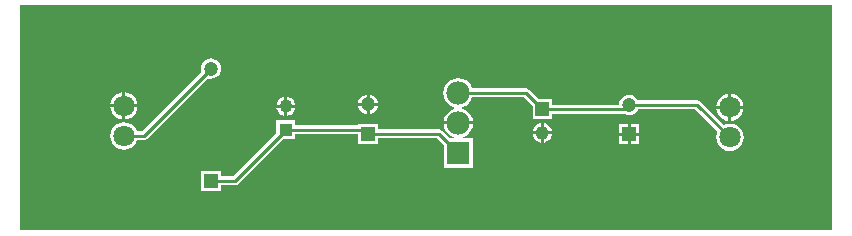
<source format=gbl>
G04*
G04 #@! TF.GenerationSoftware,Altium Limited,Altium Designer,18.0.7 (293)*
G04*
G04 Layer_Physical_Order=2*
G04 Layer_Color=16711680*
%FSLAX44Y44*%
%MOMM*%
G71*
G01*
G75*
%ADD12C,0.2540*%
%ADD22C,1.2000*%
%ADD23R,1.2000X1.2000*%
%ADD24C,1.8000*%
%ADD25C,1.1500*%
%ADD26R,1.1500X1.1500*%
%ADD27C,1.9800*%
%ADD28R,1.9800X1.9800*%
%ADD29C,1.1000*%
%ADD30R,1.1000X1.1000*%
G36*
X718820Y-191770D02*
X31750D01*
Y-1270D01*
X231775Y-1270D01*
X718820D01*
Y-191770D01*
D02*
G37*
%LPC*%
G36*
X193040Y-46246D02*
X190811Y-46540D01*
X188733Y-47400D01*
X186949Y-48769D01*
X185580Y-50553D01*
X184720Y-52631D01*
X184426Y-54860D01*
X184720Y-57089D01*
X184895Y-57512D01*
X134531Y-107875D01*
X130262D01*
X129460Y-105940D01*
X127610Y-103530D01*
X125200Y-101680D01*
X122393Y-100517D01*
X119380Y-100120D01*
X116368Y-100517D01*
X113560Y-101680D01*
X111150Y-103530D01*
X109300Y-105940D01*
X108137Y-108748D01*
X107740Y-111760D01*
X108137Y-114773D01*
X109300Y-117580D01*
X111150Y-119990D01*
X113560Y-121840D01*
X116368Y-123003D01*
X119380Y-123399D01*
X122393Y-123003D01*
X125200Y-121840D01*
X127610Y-119990D01*
X129460Y-117580D01*
X130262Y-115645D01*
X136140D01*
X137627Y-115349D01*
X138887Y-114507D01*
X190388Y-63005D01*
X190811Y-63180D01*
X193040Y-63474D01*
X195269Y-63180D01*
X197347Y-62320D01*
X199131Y-60951D01*
X200500Y-59167D01*
X201360Y-57089D01*
X201654Y-54860D01*
X201360Y-52631D01*
X200500Y-50553D01*
X199131Y-48769D01*
X197347Y-47400D01*
X195269Y-46540D01*
X193040Y-46246D01*
D02*
G37*
G36*
X327660Y-76644D02*
Y-83820D01*
X334837D01*
X334710Y-82861D01*
X333850Y-80783D01*
X332481Y-78999D01*
X330697Y-77630D01*
X328619Y-76770D01*
X327660Y-76644D01*
D02*
G37*
G36*
X325120D02*
X324161Y-76770D01*
X322083Y-77630D01*
X320299Y-78999D01*
X318930Y-80783D01*
X318070Y-82861D01*
X317943Y-83820D01*
X325120D01*
Y-76644D01*
D02*
G37*
G36*
X120650Y-74888D02*
Y-85090D01*
X130852D01*
X130623Y-83348D01*
X129460Y-80540D01*
X127610Y-78130D01*
X125200Y-76280D01*
X122393Y-75117D01*
X120650Y-74888D01*
D02*
G37*
G36*
X118110D02*
X116368Y-75117D01*
X113560Y-76280D01*
X111150Y-78130D01*
X109300Y-80540D01*
X108137Y-83348D01*
X107908Y-85090D01*
X118110D01*
Y-74888D01*
D02*
G37*
G36*
X257810Y-78738D02*
Y-85410D01*
X264482D01*
X264373Y-84581D01*
X263563Y-82625D01*
X262274Y-80946D01*
X260595Y-79657D01*
X258639Y-78847D01*
X257810Y-78738D01*
D02*
G37*
G36*
X255270D02*
X254441Y-78847D01*
X252485Y-79657D01*
X250806Y-80946D01*
X249517Y-82625D01*
X248707Y-84581D01*
X248598Y-85410D01*
X255270D01*
Y-78738D01*
D02*
G37*
G36*
X633730Y-76158D02*
Y-86360D01*
X643932D01*
X643703Y-84618D01*
X642540Y-81810D01*
X640690Y-79400D01*
X638280Y-77550D01*
X635472Y-76387D01*
X633730Y-76158D01*
D02*
G37*
G36*
X631190D02*
X629448Y-76387D01*
X626640Y-77550D01*
X624230Y-79400D01*
X622380Y-81810D01*
X621217Y-84618D01*
X620988Y-86360D01*
X631190D01*
Y-76158D01*
D02*
G37*
G36*
X334837Y-86360D02*
X327660D01*
Y-93537D01*
X328619Y-93410D01*
X330697Y-92550D01*
X332481Y-91181D01*
X333850Y-89397D01*
X334710Y-87319D01*
X334837Y-86360D01*
D02*
G37*
G36*
X325120D02*
X317943D01*
X318070Y-87319D01*
X318930Y-89397D01*
X320299Y-91181D01*
X322083Y-92550D01*
X324161Y-93410D01*
X325120Y-93537D01*
Y-86360D01*
D02*
G37*
G36*
X255270Y-87950D02*
X248598D01*
X248707Y-88779D01*
X249517Y-90735D01*
X250806Y-92414D01*
X252485Y-93703D01*
X254441Y-94513D01*
X255270Y-94622D01*
Y-87950D01*
D02*
G37*
G36*
X264482D02*
X257810D01*
Y-94622D01*
X258639Y-94513D01*
X260595Y-93703D01*
X262274Y-92414D01*
X263563Y-90735D01*
X264373Y-88779D01*
X264482Y-87950D01*
D02*
G37*
G36*
X130852Y-87630D02*
X120650D01*
Y-97832D01*
X122393Y-97603D01*
X125200Y-96440D01*
X127610Y-94590D01*
X129460Y-92180D01*
X130623Y-89373D01*
X130852Y-87630D01*
D02*
G37*
G36*
X118110D02*
X107908D01*
X108137Y-89373D01*
X109300Y-92180D01*
X111150Y-94590D01*
X113560Y-96440D01*
X116368Y-97603D01*
X118110Y-97832D01*
Y-87630D01*
D02*
G37*
G36*
X643932Y-88900D02*
X633730D01*
Y-99102D01*
X635472Y-98873D01*
X638280Y-97710D01*
X640690Y-95860D01*
X642540Y-93450D01*
X643703Y-90642D01*
X643932Y-88900D01*
D02*
G37*
G36*
X631190D02*
X620988D01*
X621217Y-90642D01*
X622380Y-93450D01*
X624230Y-95860D01*
X626640Y-97710D01*
X629448Y-98873D01*
X631190Y-99102D01*
Y-88900D01*
D02*
G37*
G36*
X474980Y-101026D02*
Y-107950D01*
X481904D01*
X481787Y-107056D01*
X480951Y-105039D01*
X479622Y-103308D01*
X477891Y-101979D01*
X475874Y-101143D01*
X474980Y-101026D01*
D02*
G37*
G36*
X472440D02*
X471546Y-101143D01*
X469529Y-101979D01*
X467798Y-103308D01*
X466469Y-105039D01*
X465633Y-107056D01*
X465516Y-107950D01*
X472440D01*
Y-101026D01*
D02*
G37*
G36*
X555910Y-101950D02*
X548640D01*
Y-109220D01*
X555910D01*
Y-101950D01*
D02*
G37*
G36*
X546100D02*
X538830D01*
Y-109220D01*
X546100D01*
Y-101950D01*
D02*
G37*
G36*
X481904Y-110490D02*
X474980D01*
Y-117414D01*
X475874Y-117297D01*
X477891Y-116461D01*
X479622Y-115133D01*
X480951Y-113401D01*
X481787Y-111384D01*
X481904Y-110490D01*
D02*
G37*
G36*
X472440D02*
X465516D01*
X465633Y-111384D01*
X466469Y-113401D01*
X467798Y-115133D01*
X469529Y-116461D01*
X471546Y-117297D01*
X472440Y-117414D01*
Y-110490D01*
D02*
G37*
G36*
X555910Y-111760D02*
X548640D01*
Y-119030D01*
X555910D01*
Y-111760D01*
D02*
G37*
G36*
X546100D02*
X538830D01*
Y-119030D01*
X546100D01*
Y-111760D01*
D02*
G37*
G36*
X402590Y-62813D02*
X399342Y-63240D01*
X396316Y-64494D01*
X393718Y-66488D01*
X391724Y-69086D01*
X390470Y-72112D01*
X390043Y-75360D01*
X390470Y-78608D01*
X391724Y-81634D01*
X393718Y-84232D01*
X396316Y-86226D01*
X399342Y-87480D01*
Y-88740D01*
X396316Y-89994D01*
X393718Y-91988D01*
X391724Y-94586D01*
X390470Y-97612D01*
X390210Y-99590D01*
X402590D01*
X414970D01*
X414710Y-97612D01*
X413456Y-94586D01*
X411462Y-91988D01*
X408864Y-89994D01*
X405838Y-88740D01*
Y-87480D01*
X408864Y-86226D01*
X411462Y-84232D01*
X413456Y-81634D01*
X414446Y-79245D01*
X458241D01*
X465420Y-86424D01*
Y-97510D01*
X482000D01*
Y-93105D01*
X543437D01*
X545141Y-93810D01*
X547370Y-94104D01*
X549599Y-93810D01*
X551677Y-92950D01*
X553461Y-91581D01*
X554830Y-89797D01*
X555005Y-89375D01*
X603311D01*
X622019Y-108082D01*
X621217Y-110017D01*
X620820Y-113030D01*
X621217Y-116042D01*
X622380Y-118850D01*
X624230Y-121260D01*
X626640Y-123110D01*
X629448Y-124273D01*
X632460Y-124670D01*
X635472Y-124273D01*
X638280Y-123110D01*
X640690Y-121260D01*
X642540Y-118850D01*
X643703Y-116042D01*
X644100Y-113030D01*
X643703Y-110017D01*
X642540Y-107210D01*
X640690Y-104800D01*
X638280Y-102950D01*
X635472Y-101787D01*
X632460Y-101390D01*
X629448Y-101787D01*
X627512Y-102589D01*
X607667Y-82743D01*
X606407Y-81901D01*
X604920Y-81605D01*
X555005D01*
X554830Y-81183D01*
X553461Y-79399D01*
X551677Y-78030D01*
X549599Y-77170D01*
X547370Y-76876D01*
X545141Y-77170D01*
X543063Y-78030D01*
X541279Y-79399D01*
X539910Y-81183D01*
X539050Y-83261D01*
X538777Y-85335D01*
X482000D01*
Y-80930D01*
X470914D01*
X462597Y-72613D01*
X461337Y-71771D01*
X459850Y-71475D01*
X414446D01*
X413456Y-69086D01*
X411462Y-66488D01*
X408864Y-64494D01*
X405838Y-63240D01*
X402590Y-62813D01*
D02*
G37*
G36*
X264580Y-98640D02*
X248500D01*
Y-109226D01*
X211751Y-145975D01*
X201580D01*
Y-141320D01*
X184500D01*
Y-158400D01*
X201580D01*
Y-153745D01*
X213360D01*
X214847Y-153449D01*
X216107Y-152607D01*
X253994Y-114720D01*
X264580D01*
Y-110565D01*
X317850D01*
Y-118630D01*
X334930D01*
Y-113975D01*
X384711D01*
X390150Y-119414D01*
Y-138800D01*
X415030D01*
Y-113920D01*
X406886D01*
X406634Y-112650D01*
X408864Y-111726D01*
X411462Y-109732D01*
X413456Y-107134D01*
X414710Y-104108D01*
X414970Y-102130D01*
X402590D01*
X390210D01*
X390470Y-104108D01*
X391724Y-107134D01*
X393718Y-109732D01*
X396316Y-111726D01*
X398546Y-112650D01*
X398294Y-113920D01*
X395644D01*
X389067Y-107343D01*
X387807Y-106501D01*
X386320Y-106205D01*
X334930D01*
Y-101550D01*
X317850D01*
Y-102795D01*
X264580D01*
Y-98640D01*
D02*
G37*
%LPD*%
D12*
X604920Y-85490D02*
X632460Y-113030D01*
X547370Y-85490D02*
X604920D01*
X543640Y-89220D02*
X547370Y-85490D01*
X473710Y-89220D02*
X543640D01*
X459850Y-75360D02*
X473710Y-89220D01*
X402590Y-75360D02*
X459850D01*
X386320Y-110090D02*
X402590Y-126360D01*
X326390Y-110090D02*
X386320D01*
X322980Y-106680D02*
X326390Y-110090D01*
X256540Y-106680D02*
X322980D01*
X213360Y-149860D02*
X256540Y-106680D01*
X193040Y-149860D02*
X213360D01*
X136140Y-111760D02*
X193040Y-54860D01*
X119380Y-111760D02*
X136140D01*
D22*
X547370Y-85490D02*
D03*
X326390Y-85090D02*
D03*
X193040Y-54860D02*
D03*
D23*
X547370Y-110490D02*
D03*
X326390Y-110090D02*
D03*
X193040Y-149860D02*
D03*
D24*
X632460Y-87630D02*
D03*
Y-113030D02*
D03*
X119380Y-111760D02*
D03*
Y-86360D02*
D03*
D25*
X473710Y-109220D02*
D03*
D26*
Y-89220D02*
D03*
D27*
X402590Y-75360D02*
D03*
Y-100860D02*
D03*
D28*
Y-126360D02*
D03*
D29*
X256540Y-86680D02*
D03*
D30*
Y-106680D02*
D03*
M02*

</source>
